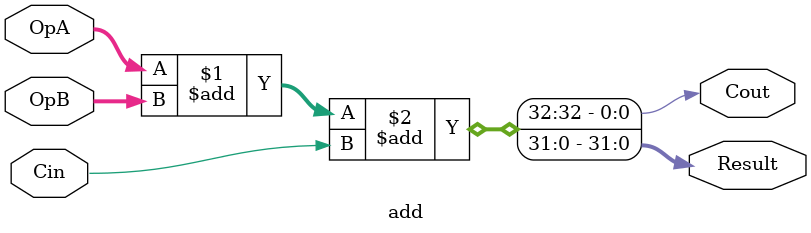
<source format=sv>
module add (input logic [31:0] OpA, OpB,
				input logic Cin,
				output logic Cout,
				output logic [31:0]Result);
				
				assign {Cout, Result} = OpA + OpB + Cin;

endmodule

</source>
